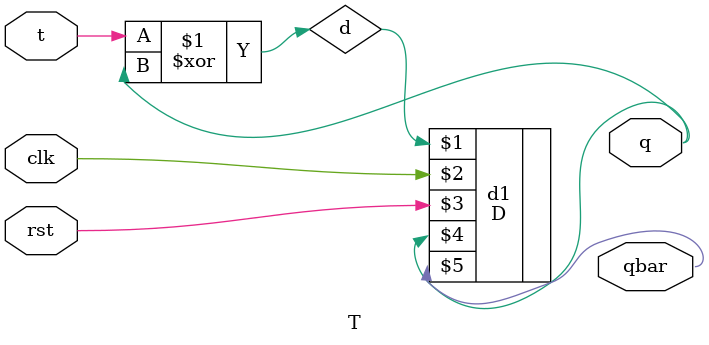
<source format=v>
`timescale 1ns / 1ps
 module T(t,clk,rst,q,qbar);
input t,clk,rst;
output q,qbar;
wire d;
assign d=(t^q);
D d1(d,clk,rst,q,qbar);
endmodule 



</source>
